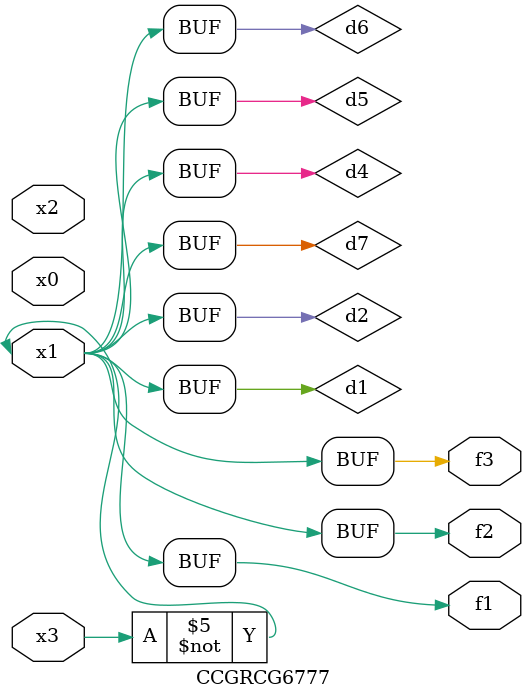
<source format=v>
module CCGRCG6777(
	input x0, x1, x2, x3,
	output f1, f2, f3
);

	wire d1, d2, d3, d4, d5, d6, d7;

	not (d1, x3);
	buf (d2, x1);
	xnor (d3, d1, d2);
	nor (d4, d1);
	buf (d5, d1, d2);
	buf (d6, d4, d5);
	nand (d7, d4);
	assign f1 = d6;
	assign f2 = d7;
	assign f3 = d6;
endmodule

</source>
